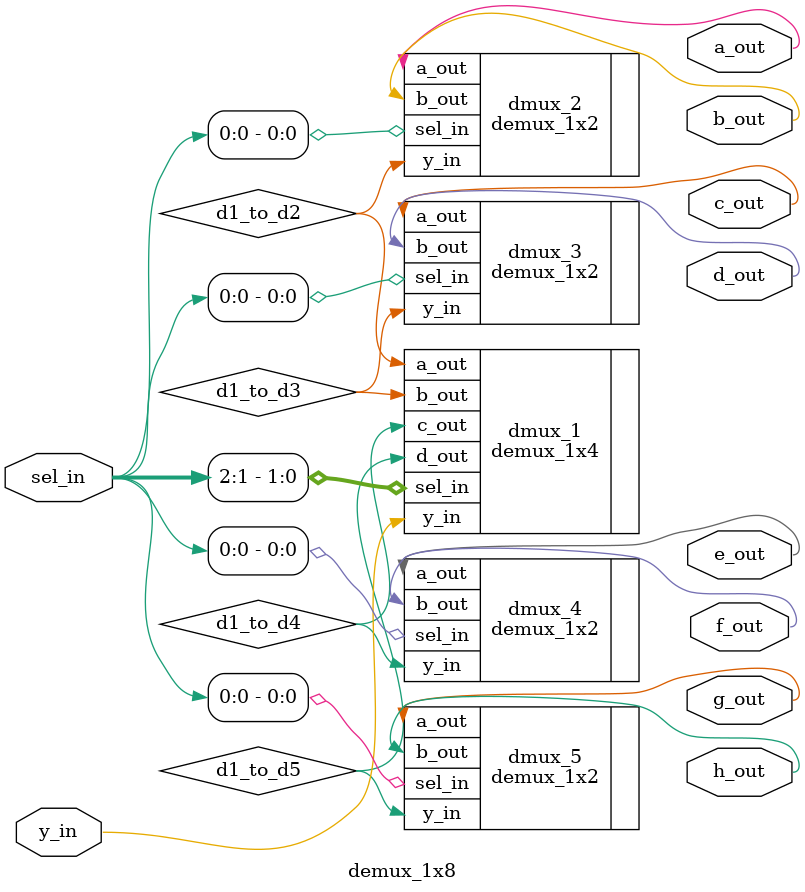
<source format=sv>
/*********************************************************/
// MODULE: 
//
// FILE NAME: demux_1x8.sv 
// VERSION: 0.1
// DATE: 2021-May-22 
// AUTHOR: KavinRaj D
//
// CODE TYPE: RTL or Behavioral Level
//
// DESCRIPTION:
//
/*********************************************************/

module demux_1x8
(
	input logic y_in,
	input logic [2:0] sel_in,
	output logic a_out, b_out, c_out, d_out,
	output logic e_out, f_out, g_out, h_out
);

logic d1_to_d2, d1_to_d3, d1_to_d4, d1_to_d5;

demux_1x4 dmux_1(
	.y_in( y_in ),
	.sel_in( {sel_in[2], sel_in[1]} ),
	.a_out( d1_to_d2 ),
	.b_out( d1_to_d3 ),
	.c_out( d1_to_d4 ),
	.d_out( d1_to_d5 )
);

demux_1x2 dmux_2(
	.y_in( d1_to_d2 ),
	.sel_in( sel_in[0] ),
	.a_out( a_out ),
	.b_out( b_out )
);
demux_1x2 dmux_3(
	.y_in( d1_to_d3 ),
	.sel_in( sel_in[0] ),
	.a_out( c_out ),
	.b_out( d_out )
);
demux_1x2 dmux_4(
	.y_in( d1_to_d4 ),
	.sel_in( sel_in[0] ),
	.a_out( e_out ),
	.b_out( f_out )
);
demux_1x2 dmux_5(
	.y_in( d1_to_d5 ),
	.sel_in( sel_in[0] ),
	.a_out( g_out ),
	.b_out( h_out )
);

endmodule : demux_1x8

</source>
